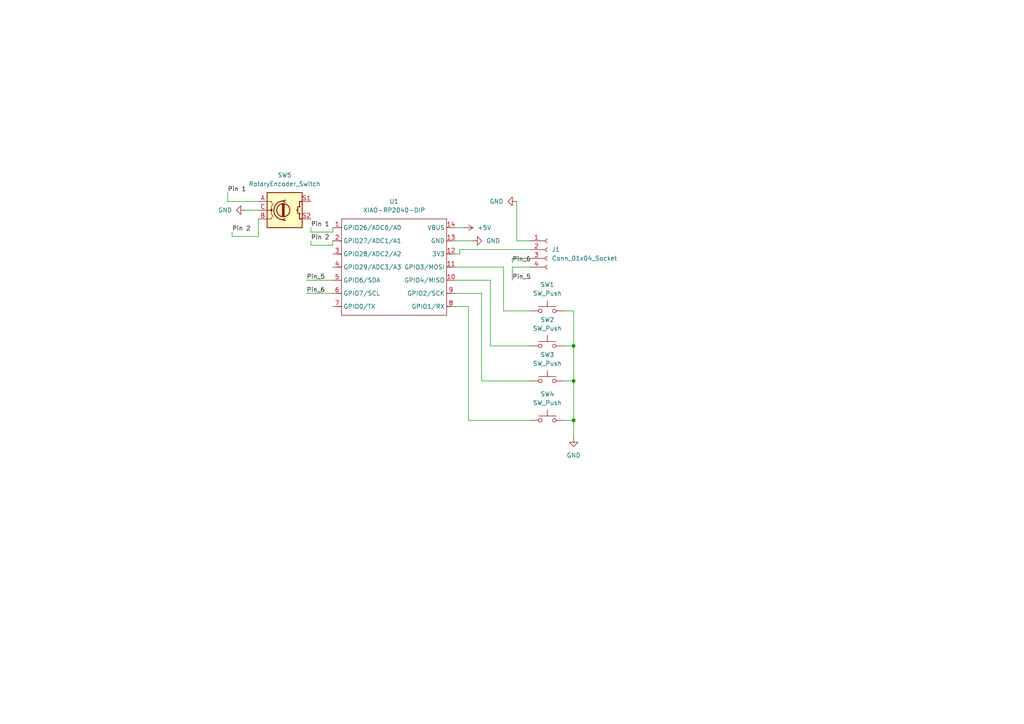
<source format=kicad_sch>
(kicad_sch
	(version 20250114)
	(generator "eeschema")
	(generator_version "9.0")
	(uuid "2b9b0c9f-a22a-4ed2-9516-cee5659b24c9")
	(paper "A4")
	(lib_symbols
		(symbol "Connector:Conn_01x04_Socket"
			(pin_names
				(offset 1.016)
				(hide yes)
			)
			(exclude_from_sim no)
			(in_bom yes)
			(on_board yes)
			(property "Reference" "J"
				(at 0 5.08 0)
				(effects
					(font
						(size 1.27 1.27)
					)
				)
			)
			(property "Value" "Conn_01x04_Socket"
				(at 0 -7.62 0)
				(effects
					(font
						(size 1.27 1.27)
					)
				)
			)
			(property "Footprint" ""
				(at 0 0 0)
				(effects
					(font
						(size 1.27 1.27)
					)
					(hide yes)
				)
			)
			(property "Datasheet" "~"
				(at 0 0 0)
				(effects
					(font
						(size 1.27 1.27)
					)
					(hide yes)
				)
			)
			(property "Description" "Generic connector, single row, 01x04, script generated"
				(at 0 0 0)
				(effects
					(font
						(size 1.27 1.27)
					)
					(hide yes)
				)
			)
			(property "ki_locked" ""
				(at 0 0 0)
				(effects
					(font
						(size 1.27 1.27)
					)
				)
			)
			(property "ki_keywords" "connector"
				(at 0 0 0)
				(effects
					(font
						(size 1.27 1.27)
					)
					(hide yes)
				)
			)
			(property "ki_fp_filters" "Connector*:*_1x??_*"
				(at 0 0 0)
				(effects
					(font
						(size 1.27 1.27)
					)
					(hide yes)
				)
			)
			(symbol "Conn_01x04_Socket_1_1"
				(polyline
					(pts
						(xy -1.27 2.54) (xy -0.508 2.54)
					)
					(stroke
						(width 0.1524)
						(type default)
					)
					(fill
						(type none)
					)
				)
				(polyline
					(pts
						(xy -1.27 0) (xy -0.508 0)
					)
					(stroke
						(width 0.1524)
						(type default)
					)
					(fill
						(type none)
					)
				)
				(polyline
					(pts
						(xy -1.27 -2.54) (xy -0.508 -2.54)
					)
					(stroke
						(width 0.1524)
						(type default)
					)
					(fill
						(type none)
					)
				)
				(polyline
					(pts
						(xy -1.27 -5.08) (xy -0.508 -5.08)
					)
					(stroke
						(width 0.1524)
						(type default)
					)
					(fill
						(type none)
					)
				)
				(arc
					(start 0 2.032)
					(mid -0.5058 2.54)
					(end 0 3.048)
					(stroke
						(width 0.1524)
						(type default)
					)
					(fill
						(type none)
					)
				)
				(arc
					(start 0 -0.508)
					(mid -0.5058 0)
					(end 0 0.508)
					(stroke
						(width 0.1524)
						(type default)
					)
					(fill
						(type none)
					)
				)
				(arc
					(start 0 -3.048)
					(mid -0.5058 -2.54)
					(end 0 -2.032)
					(stroke
						(width 0.1524)
						(type default)
					)
					(fill
						(type none)
					)
				)
				(arc
					(start 0 -5.588)
					(mid -0.5058 -5.08)
					(end 0 -4.572)
					(stroke
						(width 0.1524)
						(type default)
					)
					(fill
						(type none)
					)
				)
				(pin passive line
					(at -5.08 2.54 0)
					(length 3.81)
					(name "Pin_1"
						(effects
							(font
								(size 1.27 1.27)
							)
						)
					)
					(number "1"
						(effects
							(font
								(size 1.27 1.27)
							)
						)
					)
				)
				(pin passive line
					(at -5.08 0 0)
					(length 3.81)
					(name "Pin_2"
						(effects
							(font
								(size 1.27 1.27)
							)
						)
					)
					(number "2"
						(effects
							(font
								(size 1.27 1.27)
							)
						)
					)
				)
				(pin passive line
					(at -5.08 -2.54 0)
					(length 3.81)
					(name "Pin_3"
						(effects
							(font
								(size 1.27 1.27)
							)
						)
					)
					(number "3"
						(effects
							(font
								(size 1.27 1.27)
							)
						)
					)
				)
				(pin passive line
					(at -5.08 -5.08 0)
					(length 3.81)
					(name "Pin_4"
						(effects
							(font
								(size 1.27 1.27)
							)
						)
					)
					(number "4"
						(effects
							(font
								(size 1.27 1.27)
							)
						)
					)
				)
			)
			(embedded_fonts no)
		)
		(symbol "Device:RotaryEncoder_Switch"
			(pin_names
				(offset 0.254)
				(hide yes)
			)
			(exclude_from_sim no)
			(in_bom yes)
			(on_board yes)
			(property "Reference" "SW"
				(at 0 6.604 0)
				(effects
					(font
						(size 1.27 1.27)
					)
				)
			)
			(property "Value" "RotaryEncoder_Switch"
				(at 0 -6.604 0)
				(effects
					(font
						(size 1.27 1.27)
					)
				)
			)
			(property "Footprint" ""
				(at -3.81 4.064 0)
				(effects
					(font
						(size 1.27 1.27)
					)
					(hide yes)
				)
			)
			(property "Datasheet" "~"
				(at 0 6.604 0)
				(effects
					(font
						(size 1.27 1.27)
					)
					(hide yes)
				)
			)
			(property "Description" "Rotary encoder, dual channel, incremental quadrate outputs, with switch"
				(at 0 0 0)
				(effects
					(font
						(size 1.27 1.27)
					)
					(hide yes)
				)
			)
			(property "ki_keywords" "rotary switch encoder switch push button"
				(at 0 0 0)
				(effects
					(font
						(size 1.27 1.27)
					)
					(hide yes)
				)
			)
			(property "ki_fp_filters" "RotaryEncoder*Switch*"
				(at 0 0 0)
				(effects
					(font
						(size 1.27 1.27)
					)
					(hide yes)
				)
			)
			(symbol "RotaryEncoder_Switch_0_1"
				(rectangle
					(start -5.08 5.08)
					(end 5.08 -5.08)
					(stroke
						(width 0.254)
						(type default)
					)
					(fill
						(type background)
					)
				)
				(polyline
					(pts
						(xy -5.08 2.54) (xy -3.81 2.54) (xy -3.81 2.032)
					)
					(stroke
						(width 0)
						(type default)
					)
					(fill
						(type none)
					)
				)
				(polyline
					(pts
						(xy -5.08 0) (xy -3.81 0) (xy -3.81 -1.016) (xy -3.302 -2.032)
					)
					(stroke
						(width 0)
						(type default)
					)
					(fill
						(type none)
					)
				)
				(polyline
					(pts
						(xy -5.08 -2.54) (xy -3.81 -2.54) (xy -3.81 -2.032)
					)
					(stroke
						(width 0)
						(type default)
					)
					(fill
						(type none)
					)
				)
				(polyline
					(pts
						(xy -4.318 0) (xy -3.81 0) (xy -3.81 1.016) (xy -3.302 2.032)
					)
					(stroke
						(width 0)
						(type default)
					)
					(fill
						(type none)
					)
				)
				(circle
					(center -3.81 0)
					(radius 0.254)
					(stroke
						(width 0)
						(type default)
					)
					(fill
						(type outline)
					)
				)
				(polyline
					(pts
						(xy -0.635 -1.778) (xy -0.635 1.778)
					)
					(stroke
						(width 0.254)
						(type default)
					)
					(fill
						(type none)
					)
				)
				(circle
					(center -0.381 0)
					(radius 1.905)
					(stroke
						(width 0.254)
						(type default)
					)
					(fill
						(type none)
					)
				)
				(polyline
					(pts
						(xy -0.381 -1.778) (xy -0.381 1.778)
					)
					(stroke
						(width 0.254)
						(type default)
					)
					(fill
						(type none)
					)
				)
				(arc
					(start -0.381 -2.794)
					(mid -3.0988 -0.0635)
					(end -0.381 2.667)
					(stroke
						(width 0.254)
						(type default)
					)
					(fill
						(type none)
					)
				)
				(polyline
					(pts
						(xy -0.127 1.778) (xy -0.127 -1.778)
					)
					(stroke
						(width 0.254)
						(type default)
					)
					(fill
						(type none)
					)
				)
				(polyline
					(pts
						(xy 0.254 2.921) (xy -0.508 2.667) (xy 0.127 2.286)
					)
					(stroke
						(width 0.254)
						(type default)
					)
					(fill
						(type none)
					)
				)
				(polyline
					(pts
						(xy 0.254 -3.048) (xy -0.508 -2.794) (xy 0.127 -2.413)
					)
					(stroke
						(width 0.254)
						(type default)
					)
					(fill
						(type none)
					)
				)
				(polyline
					(pts
						(xy 3.81 1.016) (xy 3.81 -1.016)
					)
					(stroke
						(width 0.254)
						(type default)
					)
					(fill
						(type none)
					)
				)
				(polyline
					(pts
						(xy 3.81 0) (xy 3.429 0)
					)
					(stroke
						(width 0.254)
						(type default)
					)
					(fill
						(type none)
					)
				)
				(circle
					(center 4.318 1.016)
					(radius 0.127)
					(stroke
						(width 0.254)
						(type default)
					)
					(fill
						(type none)
					)
				)
				(circle
					(center 4.318 -1.016)
					(radius 0.127)
					(stroke
						(width 0.254)
						(type default)
					)
					(fill
						(type none)
					)
				)
				(polyline
					(pts
						(xy 5.08 2.54) (xy 4.318 2.54) (xy 4.318 1.016)
					)
					(stroke
						(width 0.254)
						(type default)
					)
					(fill
						(type none)
					)
				)
				(polyline
					(pts
						(xy 5.08 -2.54) (xy 4.318 -2.54) (xy 4.318 -1.016)
					)
					(stroke
						(width 0.254)
						(type default)
					)
					(fill
						(type none)
					)
				)
			)
			(symbol "RotaryEncoder_Switch_1_1"
				(pin passive line
					(at -7.62 2.54 0)
					(length 2.54)
					(name "A"
						(effects
							(font
								(size 1.27 1.27)
							)
						)
					)
					(number "A"
						(effects
							(font
								(size 1.27 1.27)
							)
						)
					)
				)
				(pin passive line
					(at -7.62 0 0)
					(length 2.54)
					(name "C"
						(effects
							(font
								(size 1.27 1.27)
							)
						)
					)
					(number "C"
						(effects
							(font
								(size 1.27 1.27)
							)
						)
					)
				)
				(pin passive line
					(at -7.62 -2.54 0)
					(length 2.54)
					(name "B"
						(effects
							(font
								(size 1.27 1.27)
							)
						)
					)
					(number "B"
						(effects
							(font
								(size 1.27 1.27)
							)
						)
					)
				)
				(pin passive line
					(at 7.62 2.54 180)
					(length 2.54)
					(name "S1"
						(effects
							(font
								(size 1.27 1.27)
							)
						)
					)
					(number "S1"
						(effects
							(font
								(size 1.27 1.27)
							)
						)
					)
				)
				(pin passive line
					(at 7.62 -2.54 180)
					(length 2.54)
					(name "S2"
						(effects
							(font
								(size 1.27 1.27)
							)
						)
					)
					(number "S2"
						(effects
							(font
								(size 1.27 1.27)
							)
						)
					)
				)
			)
			(embedded_fonts no)
		)
		(symbol "OPL Test:XIAO-RP2040-DIP"
			(exclude_from_sim no)
			(in_bom yes)
			(on_board yes)
			(property "Reference" "U"
				(at 0 0 0)
				(effects
					(font
						(size 1.27 1.27)
					)
				)
			)
			(property "Value" "XIAO-RP2040-DIP"
				(at 5.334 -1.778 0)
				(effects
					(font
						(size 1.27 1.27)
					)
				)
			)
			(property "Footprint" "Module:MOUDLE14P-XIAO-DIP-SMD"
				(at 14.478 -32.258 0)
				(effects
					(font
						(size 1.27 1.27)
					)
					(hide yes)
				)
			)
			(property "Datasheet" ""
				(at 0 0 0)
				(effects
					(font
						(size 1.27 1.27)
					)
					(hide yes)
				)
			)
			(property "Description" ""
				(at 0 0 0)
				(effects
					(font
						(size 1.27 1.27)
					)
					(hide yes)
				)
			)
			(symbol "XIAO-RP2040-DIP_1_0"
				(polyline
					(pts
						(xy -1.27 -2.54) (xy 29.21 -2.54)
					)
					(stroke
						(width 0.1524)
						(type solid)
					)
					(fill
						(type none)
					)
				)
				(polyline
					(pts
						(xy -1.27 -5.08) (xy -2.54 -5.08)
					)
					(stroke
						(width 0.1524)
						(type solid)
					)
					(fill
						(type none)
					)
				)
				(polyline
					(pts
						(xy -1.27 -5.08) (xy -1.27 -2.54)
					)
					(stroke
						(width 0.1524)
						(type solid)
					)
					(fill
						(type none)
					)
				)
				(polyline
					(pts
						(xy -1.27 -8.89) (xy -2.54 -8.89)
					)
					(stroke
						(width 0.1524)
						(type solid)
					)
					(fill
						(type none)
					)
				)
				(polyline
					(pts
						(xy -1.27 -8.89) (xy -1.27 -5.08)
					)
					(stroke
						(width 0.1524)
						(type solid)
					)
					(fill
						(type none)
					)
				)
				(polyline
					(pts
						(xy -1.27 -12.7) (xy -2.54 -12.7)
					)
					(stroke
						(width 0.1524)
						(type solid)
					)
					(fill
						(type none)
					)
				)
				(polyline
					(pts
						(xy -1.27 -12.7) (xy -1.27 -8.89)
					)
					(stroke
						(width 0.1524)
						(type solid)
					)
					(fill
						(type none)
					)
				)
				(polyline
					(pts
						(xy -1.27 -16.51) (xy -2.54 -16.51)
					)
					(stroke
						(width 0.1524)
						(type solid)
					)
					(fill
						(type none)
					)
				)
				(polyline
					(pts
						(xy -1.27 -16.51) (xy -1.27 -12.7)
					)
					(stroke
						(width 0.1524)
						(type solid)
					)
					(fill
						(type none)
					)
				)
				(polyline
					(pts
						(xy -1.27 -20.32) (xy -2.54 -20.32)
					)
					(stroke
						(width 0.1524)
						(type solid)
					)
					(fill
						(type none)
					)
				)
				(polyline
					(pts
						(xy -1.27 -24.13) (xy -2.54 -24.13)
					)
					(stroke
						(width 0.1524)
						(type solid)
					)
					(fill
						(type none)
					)
				)
				(polyline
					(pts
						(xy -1.27 -27.94) (xy -2.54 -27.94)
					)
					(stroke
						(width 0.1524)
						(type solid)
					)
					(fill
						(type none)
					)
				)
				(polyline
					(pts
						(xy -1.27 -30.48) (xy -1.27 -16.51)
					)
					(stroke
						(width 0.1524)
						(type solid)
					)
					(fill
						(type none)
					)
				)
				(polyline
					(pts
						(xy 29.21 -2.54) (xy 29.21 -5.08)
					)
					(stroke
						(width 0.1524)
						(type solid)
					)
					(fill
						(type none)
					)
				)
				(polyline
					(pts
						(xy 29.21 -5.08) (xy 29.21 -8.89)
					)
					(stroke
						(width 0.1524)
						(type solid)
					)
					(fill
						(type none)
					)
				)
				(polyline
					(pts
						(xy 29.21 -8.89) (xy 29.21 -12.7)
					)
					(stroke
						(width 0.1524)
						(type solid)
					)
					(fill
						(type none)
					)
				)
				(polyline
					(pts
						(xy 29.21 -12.7) (xy 29.21 -30.48)
					)
					(stroke
						(width 0.1524)
						(type solid)
					)
					(fill
						(type none)
					)
				)
				(polyline
					(pts
						(xy 29.21 -30.48) (xy -1.27 -30.48)
					)
					(stroke
						(width 0.1524)
						(type solid)
					)
					(fill
						(type none)
					)
				)
				(polyline
					(pts
						(xy 30.48 -5.08) (xy 29.21 -5.08)
					)
					(stroke
						(width 0.1524)
						(type solid)
					)
					(fill
						(type none)
					)
				)
				(polyline
					(pts
						(xy 30.48 -8.89) (xy 29.21 -8.89)
					)
					(stroke
						(width 0.1524)
						(type solid)
					)
					(fill
						(type none)
					)
				)
				(polyline
					(pts
						(xy 30.48 -12.7) (xy 29.21 -12.7)
					)
					(stroke
						(width 0.1524)
						(type solid)
					)
					(fill
						(type none)
					)
				)
				(polyline
					(pts
						(xy 30.48 -16.51) (xy 29.21 -16.51)
					)
					(stroke
						(width 0.1524)
						(type solid)
					)
					(fill
						(type none)
					)
				)
				(polyline
					(pts
						(xy 30.48 -20.32) (xy 29.21 -20.32)
					)
					(stroke
						(width 0.1524)
						(type solid)
					)
					(fill
						(type none)
					)
				)
				(polyline
					(pts
						(xy 30.48 -24.13) (xy 29.21 -24.13)
					)
					(stroke
						(width 0.1524)
						(type solid)
					)
					(fill
						(type none)
					)
				)
				(polyline
					(pts
						(xy 30.48 -27.94) (xy 29.21 -27.94)
					)
					(stroke
						(width 0.1524)
						(type solid)
					)
					(fill
						(type none)
					)
				)
				(pin passive line
					(at -3.81 -5.08 0)
					(length 2.54)
					(name "GPIO26/ADC0/A0"
						(effects
							(font
								(size 1.27 1.27)
							)
						)
					)
					(number "1"
						(effects
							(font
								(size 1.27 1.27)
							)
						)
					)
				)
				(pin passive line
					(at -3.81 -8.89 0)
					(length 2.54)
					(name "GPIO27/ADC1/A1"
						(effects
							(font
								(size 1.27 1.27)
							)
						)
					)
					(number "2"
						(effects
							(font
								(size 1.27 1.27)
							)
						)
					)
				)
				(pin passive line
					(at -3.81 -12.7 0)
					(length 2.54)
					(name "GPIO28/ADC2/A2"
						(effects
							(font
								(size 1.27 1.27)
							)
						)
					)
					(number "3"
						(effects
							(font
								(size 1.27 1.27)
							)
						)
					)
				)
				(pin passive line
					(at -3.81 -16.51 0)
					(length 2.54)
					(name "GPIO29/ADC3/A3"
						(effects
							(font
								(size 1.27 1.27)
							)
						)
					)
					(number "4"
						(effects
							(font
								(size 1.27 1.27)
							)
						)
					)
				)
				(pin passive line
					(at -3.81 -20.32 0)
					(length 2.54)
					(name "GPIO6/SDA"
						(effects
							(font
								(size 1.27 1.27)
							)
						)
					)
					(number "5"
						(effects
							(font
								(size 1.27 1.27)
							)
						)
					)
				)
				(pin passive line
					(at -3.81 -24.13 0)
					(length 2.54)
					(name "GPIO7/SCL"
						(effects
							(font
								(size 1.27 1.27)
							)
						)
					)
					(number "6"
						(effects
							(font
								(size 1.27 1.27)
							)
						)
					)
				)
				(pin passive line
					(at -3.81 -27.94 0)
					(length 2.54)
					(name "GPIO0/TX"
						(effects
							(font
								(size 1.27 1.27)
							)
						)
					)
					(number "7"
						(effects
							(font
								(size 1.27 1.27)
							)
						)
					)
				)
				(pin passive line
					(at 31.75 -5.08 180)
					(length 2.54)
					(name "VBUS"
						(effects
							(font
								(size 1.27 1.27)
							)
						)
					)
					(number "14"
						(effects
							(font
								(size 1.27 1.27)
							)
						)
					)
				)
				(pin passive line
					(at 31.75 -8.89 180)
					(length 2.54)
					(name "GND"
						(effects
							(font
								(size 1.27 1.27)
							)
						)
					)
					(number "13"
						(effects
							(font
								(size 1.27 1.27)
							)
						)
					)
				)
				(pin passive line
					(at 31.75 -12.7 180)
					(length 2.54)
					(name "3V3"
						(effects
							(font
								(size 1.27 1.27)
							)
						)
					)
					(number "12"
						(effects
							(font
								(size 1.27 1.27)
							)
						)
					)
				)
				(pin passive line
					(at 31.75 -16.51 180)
					(length 2.54)
					(name "GPIO3/MOSI"
						(effects
							(font
								(size 1.27 1.27)
							)
						)
					)
					(number "11"
						(effects
							(font
								(size 1.27 1.27)
							)
						)
					)
				)
				(pin passive line
					(at 31.75 -20.32 180)
					(length 2.54)
					(name "GPIO4/MISO"
						(effects
							(font
								(size 1.27 1.27)
							)
						)
					)
					(number "10"
						(effects
							(font
								(size 1.27 1.27)
							)
						)
					)
				)
				(pin passive line
					(at 31.75 -24.13 180)
					(length 2.54)
					(name "GPIO2/SCK"
						(effects
							(font
								(size 1.27 1.27)
							)
						)
					)
					(number "9"
						(effects
							(font
								(size 1.27 1.27)
							)
						)
					)
				)
				(pin passive line
					(at 31.75 -27.94 180)
					(length 2.54)
					(name "GPIO1/RX"
						(effects
							(font
								(size 1.27 1.27)
							)
						)
					)
					(number "8"
						(effects
							(font
								(size 1.27 1.27)
							)
						)
					)
				)
			)
			(embedded_fonts no)
		)
		(symbol "Switch:SW_Push"
			(pin_numbers
				(hide yes)
			)
			(pin_names
				(offset 1.016)
				(hide yes)
			)
			(exclude_from_sim no)
			(in_bom yes)
			(on_board yes)
			(property "Reference" "SW"
				(at 1.27 2.54 0)
				(effects
					(font
						(size 1.27 1.27)
					)
					(justify left)
				)
			)
			(property "Value" "SW_Push"
				(at 0 -1.524 0)
				(effects
					(font
						(size 1.27 1.27)
					)
				)
			)
			(property "Footprint" ""
				(at 0 5.08 0)
				(effects
					(font
						(size 1.27 1.27)
					)
					(hide yes)
				)
			)
			(property "Datasheet" "~"
				(at 0 5.08 0)
				(effects
					(font
						(size 1.27 1.27)
					)
					(hide yes)
				)
			)
			(property "Description" "Push button switch, generic, two pins"
				(at 0 0 0)
				(effects
					(font
						(size 1.27 1.27)
					)
					(hide yes)
				)
			)
			(property "ki_keywords" "switch normally-open pushbutton push-button"
				(at 0 0 0)
				(effects
					(font
						(size 1.27 1.27)
					)
					(hide yes)
				)
			)
			(symbol "SW_Push_0_1"
				(circle
					(center -2.032 0)
					(radius 0.508)
					(stroke
						(width 0)
						(type default)
					)
					(fill
						(type none)
					)
				)
				(polyline
					(pts
						(xy 0 1.27) (xy 0 3.048)
					)
					(stroke
						(width 0)
						(type default)
					)
					(fill
						(type none)
					)
				)
				(circle
					(center 2.032 0)
					(radius 0.508)
					(stroke
						(width 0)
						(type default)
					)
					(fill
						(type none)
					)
				)
				(polyline
					(pts
						(xy 2.54 1.27) (xy -2.54 1.27)
					)
					(stroke
						(width 0)
						(type default)
					)
					(fill
						(type none)
					)
				)
				(pin passive line
					(at -5.08 0 0)
					(length 2.54)
					(name "1"
						(effects
							(font
								(size 1.27 1.27)
							)
						)
					)
					(number "1"
						(effects
							(font
								(size 1.27 1.27)
							)
						)
					)
				)
				(pin passive line
					(at 5.08 0 180)
					(length 2.54)
					(name "2"
						(effects
							(font
								(size 1.27 1.27)
							)
						)
					)
					(number "2"
						(effects
							(font
								(size 1.27 1.27)
							)
						)
					)
				)
			)
			(embedded_fonts no)
		)
		(symbol "power:+5V"
			(power)
			(pin_numbers
				(hide yes)
			)
			(pin_names
				(offset 0)
				(hide yes)
			)
			(exclude_from_sim no)
			(in_bom yes)
			(on_board yes)
			(property "Reference" "#PWR"
				(at 0 -3.81 0)
				(effects
					(font
						(size 1.27 1.27)
					)
					(hide yes)
				)
			)
			(property "Value" "+5V"
				(at 0 3.556 0)
				(effects
					(font
						(size 1.27 1.27)
					)
				)
			)
			(property "Footprint" ""
				(at 0 0 0)
				(effects
					(font
						(size 1.27 1.27)
					)
					(hide yes)
				)
			)
			(property "Datasheet" ""
				(at 0 0 0)
				(effects
					(font
						(size 1.27 1.27)
					)
					(hide yes)
				)
			)
			(property "Description" "Power symbol creates a global label with name \"+5V\""
				(at 0 0 0)
				(effects
					(font
						(size 1.27 1.27)
					)
					(hide yes)
				)
			)
			(property "ki_keywords" "global power"
				(at 0 0 0)
				(effects
					(font
						(size 1.27 1.27)
					)
					(hide yes)
				)
			)
			(symbol "+5V_0_1"
				(polyline
					(pts
						(xy -0.762 1.27) (xy 0 2.54)
					)
					(stroke
						(width 0)
						(type default)
					)
					(fill
						(type none)
					)
				)
				(polyline
					(pts
						(xy 0 2.54) (xy 0.762 1.27)
					)
					(stroke
						(width 0)
						(type default)
					)
					(fill
						(type none)
					)
				)
				(polyline
					(pts
						(xy 0 0) (xy 0 2.54)
					)
					(stroke
						(width 0)
						(type default)
					)
					(fill
						(type none)
					)
				)
			)
			(symbol "+5V_1_1"
				(pin power_in line
					(at 0 0 90)
					(length 0)
					(name "~"
						(effects
							(font
								(size 1.27 1.27)
							)
						)
					)
					(number "1"
						(effects
							(font
								(size 1.27 1.27)
							)
						)
					)
				)
			)
			(embedded_fonts no)
		)
		(symbol "power:GND"
			(power)
			(pin_numbers
				(hide yes)
			)
			(pin_names
				(offset 0)
				(hide yes)
			)
			(exclude_from_sim no)
			(in_bom yes)
			(on_board yes)
			(property "Reference" "#PWR"
				(at 0 -6.35 0)
				(effects
					(font
						(size 1.27 1.27)
					)
					(hide yes)
				)
			)
			(property "Value" "GND"
				(at 0 -3.81 0)
				(effects
					(font
						(size 1.27 1.27)
					)
				)
			)
			(property "Footprint" ""
				(at 0 0 0)
				(effects
					(font
						(size 1.27 1.27)
					)
					(hide yes)
				)
			)
			(property "Datasheet" ""
				(at 0 0 0)
				(effects
					(font
						(size 1.27 1.27)
					)
					(hide yes)
				)
			)
			(property "Description" "Power symbol creates a global label with name \"GND\" , ground"
				(at 0 0 0)
				(effects
					(font
						(size 1.27 1.27)
					)
					(hide yes)
				)
			)
			(property "ki_keywords" "global power"
				(at 0 0 0)
				(effects
					(font
						(size 1.27 1.27)
					)
					(hide yes)
				)
			)
			(symbol "GND_0_1"
				(polyline
					(pts
						(xy 0 0) (xy 0 -1.27) (xy 1.27 -1.27) (xy 0 -2.54) (xy -1.27 -1.27) (xy 0 -1.27)
					)
					(stroke
						(width 0)
						(type default)
					)
					(fill
						(type none)
					)
				)
			)
			(symbol "GND_1_1"
				(pin power_in line
					(at 0 0 270)
					(length 0)
					(name "~"
						(effects
							(font
								(size 1.27 1.27)
							)
						)
					)
					(number "1"
						(effects
							(font
								(size 1.27 1.27)
							)
						)
					)
				)
			)
			(embedded_fonts no)
		)
	)
	(junction
		(at 166.37 110.49)
		(diameter 0)
		(color 0 0 0 0)
		(uuid "0d00e63c-9c74-46e0-b362-45f547ac91d0")
	)
	(junction
		(at 166.37 121.92)
		(diameter 0)
		(color 0 0 0 0)
		(uuid "dbc7dc03-38f4-4072-be63-d9148c75931b")
	)
	(junction
		(at 166.37 100.33)
		(diameter 0)
		(color 0 0 0 0)
		(uuid "fe00c7ad-28b2-4aa0-bc59-c967f21182bf")
	)
	(wire
		(pts
			(xy 96.52 71.12) (xy 90.17 71.12)
		)
		(stroke
			(width 0)
			(type default)
		)
		(uuid "018f0fab-0278-4366-a86d-de4025845e93")
	)
	(wire
		(pts
			(xy 146.05 77.47) (xy 146.05 90.17)
		)
		(stroke
			(width 0)
			(type default)
		)
		(uuid "0fab9ece-a57e-47d0-996a-f347d5551c16")
	)
	(wire
		(pts
			(xy 74.93 63.5) (xy 74.93 68.58)
		)
		(stroke
			(width 0)
			(type default)
		)
		(uuid "12a653c2-50b2-4ee2-ae0b-450caa60cb0e")
	)
	(wire
		(pts
			(xy 96.52 66.04) (xy 96.52 67.31)
		)
		(stroke
			(width 0)
			(type default)
		)
		(uuid "17110856-d6a0-40b4-859e-613da094db78")
	)
	(wire
		(pts
			(xy 166.37 121.92) (xy 166.37 110.49)
		)
		(stroke
			(width 0)
			(type default)
		)
		(uuid "1a983484-f473-4c6d-ad96-84a76a22a52e")
	)
	(wire
		(pts
			(xy 149.86 58.42) (xy 149.86 69.85)
		)
		(stroke
			(width 0)
			(type default)
		)
		(uuid "1e17c1e3-9dde-420c-a0ab-ee9816da1587")
	)
	(wire
		(pts
			(xy 163.83 100.33) (xy 166.37 100.33)
		)
		(stroke
			(width 0)
			(type default)
		)
		(uuid "3413d5ba-81a3-4632-a9b3-f0ae36581c5e")
	)
	(wire
		(pts
			(xy 96.52 69.85) (xy 96.52 71.12)
		)
		(stroke
			(width 0)
			(type default)
		)
		(uuid "3cb286c3-8389-4231-b658-f286481f457d")
	)
	(wire
		(pts
			(xy 166.37 127) (xy 166.37 121.92)
		)
		(stroke
			(width 0)
			(type default)
		)
		(uuid "428fa5b6-aa79-4894-8114-ce5f86d98bac")
	)
	(wire
		(pts
			(xy 132.08 66.04) (xy 134.62 66.04)
		)
		(stroke
			(width 0)
			(type default)
		)
		(uuid "4e7b344d-6954-45a3-81af-e81d4c35a7eb")
	)
	(wire
		(pts
			(xy 166.37 100.33) (xy 166.37 90.17)
		)
		(stroke
			(width 0)
			(type default)
		)
		(uuid "500163d0-0b37-4653-9650-4635c58fd33b")
	)
	(wire
		(pts
			(xy 146.05 90.17) (xy 153.67 90.17)
		)
		(stroke
			(width 0)
			(type default)
		)
		(uuid "575476fc-4dcb-4e92-98c3-ce1db3eeb1e1")
	)
	(wire
		(pts
			(xy 146.05 77.47) (xy 132.08 77.47)
		)
		(stroke
			(width 0)
			(type default)
		)
		(uuid "57ac8331-cb61-4fc2-ab42-2efa07744516")
	)
	(wire
		(pts
			(xy 74.93 68.58) (xy 67.31 68.58)
		)
		(stroke
			(width 0)
			(type default)
		)
		(uuid "59a33596-606c-4fcf-8a44-3dadf934b738")
	)
	(wire
		(pts
			(xy 139.7 110.49) (xy 153.67 110.49)
		)
		(stroke
			(width 0)
			(type default)
		)
		(uuid "617c80c3-ca3f-45fb-979d-b59cd1fd29b2")
	)
	(wire
		(pts
			(xy 166.37 90.17) (xy 163.83 90.17)
		)
		(stroke
			(width 0)
			(type default)
		)
		(uuid "63f94595-abdd-47dd-875c-9d7e4632bd04")
	)
	(wire
		(pts
			(xy 135.89 88.9) (xy 135.89 121.92)
		)
		(stroke
			(width 0)
			(type default)
		)
		(uuid "6729971e-eb5f-4e29-ab2e-94e90de5fb49")
	)
	(wire
		(pts
			(xy 163.83 110.49) (xy 166.37 110.49)
		)
		(stroke
			(width 0)
			(type default)
		)
		(uuid "6d29aff8-7ce4-48a2-8efa-cc30bb879d5b")
	)
	(wire
		(pts
			(xy 149.86 69.85) (xy 153.67 69.85)
		)
		(stroke
			(width 0)
			(type default)
		)
		(uuid "723767d3-966e-4757-ab65-f20490a635d5")
	)
	(wire
		(pts
			(xy 88.9 81.28) (xy 96.52 81.28)
		)
		(stroke
			(width 0)
			(type default)
		)
		(uuid "85f9d10c-d6f5-45ba-820f-afb85f2f2645")
	)
	(wire
		(pts
			(xy 132.08 69.85) (xy 137.16 69.85)
		)
		(stroke
			(width 0)
			(type default)
		)
		(uuid "86d571c6-c63e-49a6-bef7-5dcc3b713b30")
	)
	(wire
		(pts
			(xy 139.7 85.09) (xy 139.7 110.49)
		)
		(stroke
			(width 0)
			(type default)
		)
		(uuid "88b27b8b-019f-479a-8899-f0e182b90eeb")
	)
	(wire
		(pts
			(xy 148.59 74.93) (xy 153.67 74.93)
		)
		(stroke
			(width 0)
			(type default)
		)
		(uuid "89e7bed8-3c1e-4d67-b2db-cb032dcdf901")
	)
	(wire
		(pts
			(xy 132.08 88.9) (xy 135.89 88.9)
		)
		(stroke
			(width 0)
			(type default)
		)
		(uuid "89f0b02a-4be3-456d-8e13-2d1b942fbc44")
	)
	(wire
		(pts
			(xy 88.9 85.09) (xy 96.52 85.09)
		)
		(stroke
			(width 0)
			(type default)
		)
		(uuid "8bde9cd2-23b4-4d4a-bde5-1fa3378a21b1")
	)
	(wire
		(pts
			(xy 71.12 60.96) (xy 74.93 60.96)
		)
		(stroke
			(width 0)
			(type default)
		)
		(uuid "991821cc-aad5-45a7-8488-20e058112aea")
	)
	(wire
		(pts
			(xy 142.24 100.33) (xy 153.67 100.33)
		)
		(stroke
			(width 0)
			(type default)
		)
		(uuid "9ffcb6ba-f5b8-4012-bc80-5fecec146568")
	)
	(wire
		(pts
			(xy 142.24 81.28) (xy 142.24 100.33)
		)
		(stroke
			(width 0)
			(type default)
		)
		(uuid "b038d901-feec-4267-91ed-6d220e338456")
	)
	(wire
		(pts
			(xy 133.35 73.66) (xy 132.08 73.66)
		)
		(stroke
			(width 0)
			(type default)
		)
		(uuid "b0ae9b73-4dec-4e52-8f2a-c05376d51f57")
	)
	(wire
		(pts
			(xy 96.52 67.31) (xy 90.17 67.31)
		)
		(stroke
			(width 0)
			(type default)
		)
		(uuid "ba4f5a92-363c-4504-af1c-e77dabc59e31")
	)
	(wire
		(pts
			(xy 148.59 77.47) (xy 153.67 77.47)
		)
		(stroke
			(width 0)
			(type default)
		)
		(uuid "be78838f-53c5-45b1-a99b-ec206b202535")
	)
	(wire
		(pts
			(xy 148.59 76.2) (xy 148.59 74.93)
		)
		(stroke
			(width 0)
			(type default)
		)
		(uuid "c287107f-5b42-4f4a-b336-a136225637cc")
	)
	(wire
		(pts
			(xy 133.35 72.39) (xy 133.35 73.66)
		)
		(stroke
			(width 0)
			(type default)
		)
		(uuid "c34fdca2-9e63-4157-9659-636c9b1a9fc7")
	)
	(wire
		(pts
			(xy 148.59 81.28) (xy 148.59 77.47)
		)
		(stroke
			(width 0)
			(type default)
		)
		(uuid "c48444f8-7725-430f-8960-2c424dc326bd")
	)
	(wire
		(pts
			(xy 66.04 58.42) (xy 74.93 58.42)
		)
		(stroke
			(width 0)
			(type default)
		)
		(uuid "ce7505af-7ebc-4b97-ac10-5424752ec759")
	)
	(wire
		(pts
			(xy 153.67 72.39) (xy 133.35 72.39)
		)
		(stroke
			(width 0)
			(type default)
		)
		(uuid "cf052b83-9d93-499d-8778-89834e4b0bfd")
	)
	(wire
		(pts
			(xy 90.17 67.31) (xy 90.17 66.04)
		)
		(stroke
			(width 0)
			(type default)
		)
		(uuid "d8be6d0b-89d5-4af8-9dff-d0e70df87ba5")
	)
	(wire
		(pts
			(xy 163.83 121.92) (xy 166.37 121.92)
		)
		(stroke
			(width 0)
			(type default)
		)
		(uuid "e2918cf1-4dfa-4bba-aa7f-70ca88f1e436")
	)
	(wire
		(pts
			(xy 135.89 121.92) (xy 153.67 121.92)
		)
		(stroke
			(width 0)
			(type default)
		)
		(uuid "e5376f07-0f78-4641-b0f7-3fa105eea1fc")
	)
	(wire
		(pts
			(xy 142.24 81.28) (xy 132.08 81.28)
		)
		(stroke
			(width 0)
			(type default)
		)
		(uuid "e6da131c-e43c-4d39-9a40-65eb2eb54a22")
	)
	(wire
		(pts
			(xy 66.04 55.88) (xy 66.04 58.42)
		)
		(stroke
			(width 0)
			(type default)
		)
		(uuid "e87906dc-1cab-47aa-ae44-29b6988b6dc5")
	)
	(wire
		(pts
			(xy 67.31 68.58) (xy 67.31 67.31)
		)
		(stroke
			(width 0)
			(type default)
		)
		(uuid "ebbc5cc8-5c5d-41a4-9893-dea3481f7efc")
	)
	(wire
		(pts
			(xy 90.17 71.12) (xy 90.17 69.85)
		)
		(stroke
			(width 0)
			(type default)
		)
		(uuid "f6aa5e33-9543-4282-9608-a129b191f2ff")
	)
	(wire
		(pts
			(xy 166.37 110.49) (xy 166.37 100.33)
		)
		(stroke
			(width 0)
			(type default)
		)
		(uuid "f7c5182a-7f53-4868-9a6a-b25eca733499")
	)
	(wire
		(pts
			(xy 132.08 85.09) (xy 139.7 85.09)
		)
		(stroke
			(width 0)
			(type default)
		)
		(uuid "fdf77131-4c47-4640-a152-a983551c8ded")
	)
	(label "Pin_5"
		(at 148.59 81.28 0)
		(effects
			(font
				(size 1.27 1.27)
			)
			(justify left bottom)
		)
		(uuid "26f76101-bb3c-4022-ac10-b02a05650bce")
	)
	(label "Pin 2"
		(at 90.17 69.85 0)
		(effects
			(font
				(size 1.27 1.27)
			)
			(justify left bottom)
		)
		(uuid "6120ef09-6ada-404d-9ba7-4d569bee9e48")
	)
	(label "Pin 1"
		(at 66.04 55.88 0)
		(effects
			(font
				(size 1.27 1.27)
			)
			(justify left bottom)
		)
		(uuid "64484ef8-a4c8-435a-82a9-cb3a0403d613")
	)
	(label "Pin_6"
		(at 88.9 85.09 0)
		(effects
			(font
				(size 1.27 1.27)
			)
			(justify left bottom)
		)
		(uuid "665ded5c-df7e-4cbd-9f8b-29599f675a7f")
	)
	(label "Pin_6"
		(at 148.59 76.2 0)
		(effects
			(font
				(size 1.27 1.27)
			)
			(justify left bottom)
		)
		(uuid "7e2140fe-195c-46c3-8dd0-764007123a85")
	)
	(label "Pin 1"
		(at 90.17 66.04 0)
		(effects
			(font
				(size 1.27 1.27)
			)
			(justify left bottom)
		)
		(uuid "b5fe7f46-d818-469e-842a-26c2edd1bb09")
	)
	(label "Pin 2"
		(at 67.31 67.31 0)
		(effects
			(font
				(size 1.27 1.27)
			)
			(justify left bottom)
		)
		(uuid "d1c85c4c-ed8b-4ae8-9f61-3bc51d86f8e7")
	)
	(label "Pin_5"
		(at 88.9 81.28 0)
		(effects
			(font
				(size 1.27 1.27)
			)
			(justify left bottom)
		)
		(uuid "e83b3ce5-a462-4eaa-bc28-f473d428b215")
	)
	(symbol
		(lib_id "Connector:Conn_01x04_Socket")
		(at 158.75 72.39 0)
		(unit 1)
		(exclude_from_sim no)
		(in_bom yes)
		(on_board yes)
		(dnp no)
		(fields_autoplaced yes)
		(uuid "0e6630a5-97c3-46bf-a543-ecb3122cc3b9")
		(property "Reference" "J1"
			(at 160.02 72.3899 0)
			(effects
				(font
					(size 1.27 1.27)
				)
				(justify left)
			)
		)
		(property "Value" "Conn_01x04_Socket"
			(at 160.02 74.9299 0)
			(effects
				(font
					(size 1.27 1.27)
				)
				(justify left)
			)
		)
		(property "Footprint" "Module:OLED_0.91_128x32"
			(at 158.75 72.39 0)
			(effects
				(font
					(size 1.27 1.27)
				)
				(hide yes)
			)
		)
		(property "Datasheet" "~"
			(at 158.75 72.39 0)
			(effects
				(font
					(size 1.27 1.27)
				)
				(hide yes)
			)
		)
		(property "Description" "Generic connector, single row, 01x04, script generated"
			(at 158.75 72.39 0)
			(effects
				(font
					(size 1.27 1.27)
				)
				(hide yes)
			)
		)
		(pin "2"
			(uuid "aae3cbf8-8bf1-43a7-a425-cf35c114b90e")
		)
		(pin "3"
			(uuid "74986a0d-e9cd-4997-af1d-3a2d98aa95f8")
		)
		(pin "1"
			(uuid "01fc1dd3-ab23-4dcb-a13d-f091276f5934")
		)
		(pin "4"
			(uuid "481343bd-5b30-429d-b517-82382eb8d199")
		)
		(instances
			(project ""
				(path "/2b9b0c9f-a22a-4ed2-9516-cee5659b24c9"
					(reference "J1")
					(unit 1)
				)
			)
		)
	)
	(symbol
		(lib_id "power:GND")
		(at 137.16 69.85 90)
		(unit 1)
		(exclude_from_sim no)
		(in_bom yes)
		(on_board yes)
		(dnp no)
		(fields_autoplaced yes)
		(uuid "105c063d-81b0-4407-ae7e-1a86b5bf79a0")
		(property "Reference" "#PWR03"
			(at 143.51 69.85 0)
			(effects
				(font
					(size 1.27 1.27)
				)
				(hide yes)
			)
		)
		(property "Value" "GND"
			(at 140.97 69.8499 90)
			(effects
				(font
					(size 1.27 1.27)
				)
				(justify right)
			)
		)
		(property "Footprint" ""
			(at 137.16 69.85 0)
			(effects
				(font
					(size 1.27 1.27)
				)
				(hide yes)
			)
		)
		(property "Datasheet" ""
			(at 137.16 69.85 0)
			(effects
				(font
					(size 1.27 1.27)
				)
				(hide yes)
			)
		)
		(property "Description" "Power symbol creates a global label with name \"GND\" , ground"
			(at 137.16 69.85 0)
			(effects
				(font
					(size 1.27 1.27)
				)
				(hide yes)
			)
		)
		(pin "1"
			(uuid "83afb683-7974-4c95-bb09-e9f73778bec5")
		)
		(instances
			(project ""
				(path "/2b9b0c9f-a22a-4ed2-9516-cee5659b24c9"
					(reference "#PWR03")
					(unit 1)
				)
			)
		)
	)
	(symbol
		(lib_id "power:GND")
		(at 149.86 58.42 270)
		(unit 1)
		(exclude_from_sim no)
		(in_bom yes)
		(on_board yes)
		(dnp no)
		(fields_autoplaced yes)
		(uuid "1a0165e5-9db1-4114-a8c4-6da3da21c7cb")
		(property "Reference" "#PWR04"
			(at 143.51 58.42 0)
			(effects
				(font
					(size 1.27 1.27)
				)
				(hide yes)
			)
		)
		(property "Value" "GND"
			(at 146.05 58.4199 90)
			(effects
				(font
					(size 1.27 1.27)
				)
				(justify right)
			)
		)
		(property "Footprint" ""
			(at 149.86 58.42 0)
			(effects
				(font
					(size 1.27 1.27)
				)
				(hide yes)
			)
		)
		(property "Datasheet" ""
			(at 149.86 58.42 0)
			(effects
				(font
					(size 1.27 1.27)
				)
				(hide yes)
			)
		)
		(property "Description" "Power symbol creates a global label with name \"GND\" , ground"
			(at 149.86 58.42 0)
			(effects
				(font
					(size 1.27 1.27)
				)
				(hide yes)
			)
		)
		(pin "1"
			(uuid "5aedc976-26a4-485e-ad10-76add960d877")
		)
		(instances
			(project ""
				(path "/2b9b0c9f-a22a-4ed2-9516-cee5659b24c9"
					(reference "#PWR04")
					(unit 1)
				)
			)
		)
	)
	(symbol
		(lib_id "power:GND")
		(at 166.37 127 0)
		(unit 1)
		(exclude_from_sim no)
		(in_bom yes)
		(on_board yes)
		(dnp no)
		(fields_autoplaced yes)
		(uuid "393bad29-4202-4113-8423-2dea1728de3d")
		(property "Reference" "#PWR01"
			(at 166.37 133.35 0)
			(effects
				(font
					(size 1.27 1.27)
				)
				(hide yes)
			)
		)
		(property "Value" "GND"
			(at 166.37 132.08 0)
			(effects
				(font
					(size 1.27 1.27)
				)
			)
		)
		(property "Footprint" ""
			(at 166.37 127 0)
			(effects
				(font
					(size 1.27 1.27)
				)
				(hide yes)
			)
		)
		(property "Datasheet" ""
			(at 166.37 127 0)
			(effects
				(font
					(size 1.27 1.27)
				)
				(hide yes)
			)
		)
		(property "Description" "Power symbol creates a global label with name \"GND\" , ground"
			(at 166.37 127 0)
			(effects
				(font
					(size 1.27 1.27)
				)
				(hide yes)
			)
		)
		(pin "1"
			(uuid "54488620-67bc-4185-a4b5-bf631bd09961")
		)
		(instances
			(project "Macropad"
				(path "/2b9b0c9f-a22a-4ed2-9516-cee5659b24c9"
					(reference "#PWR01")
					(unit 1)
				)
			)
		)
	)
	(symbol
		(lib_id "Device:RotaryEncoder_Switch")
		(at 82.55 60.96 0)
		(unit 1)
		(exclude_from_sim no)
		(in_bom yes)
		(on_board yes)
		(dnp no)
		(fields_autoplaced yes)
		(uuid "47f4e885-8b55-42ce-b544-0f87999256af")
		(property "Reference" "SW5"
			(at 82.55 50.8 0)
			(effects
				(font
					(size 1.27 1.27)
				)
			)
		)
		(property "Value" "RotaryEncoder_Switch"
			(at 82.55 53.34 0)
			(effects
				(font
					(size 1.27 1.27)
				)
			)
		)
		(property "Footprint" "Rotary_Encoder:RotaryEncoder_Alps_EC11E-Switch_Vertical_H20mm_CircularMountingHoles"
			(at 78.74 56.896 0)
			(effects
				(font
					(size 1.27 1.27)
				)
				(hide yes)
			)
		)
		(property "Datasheet" "~"
			(at 82.55 54.356 0)
			(effects
				(font
					(size 1.27 1.27)
				)
				(hide yes)
			)
		)
		(property "Description" "Rotary encoder, dual channel, incremental quadrate outputs, with switch"
			(at 82.55 60.96 0)
			(effects
				(font
					(size 1.27 1.27)
				)
				(hide yes)
			)
		)
		(pin "S1"
			(uuid "7d3fd4ad-3507-4b17-bd9a-3023faa173cb")
		)
		(pin "A"
			(uuid "78cb6abc-efb2-43ef-bd5e-d54b58783f84")
		)
		(pin "S2"
			(uuid "3510ce18-0228-4052-9f06-5bdd9f5b277a")
		)
		(pin "C"
			(uuid "1f00e09e-9e6a-4a2d-9a00-0a3617b875a7")
		)
		(pin "B"
			(uuid "242cfbc5-aad5-4b9d-81db-b06133909bf1")
		)
		(instances
			(project ""
				(path "/2b9b0c9f-a22a-4ed2-9516-cee5659b24c9"
					(reference "SW5")
					(unit 1)
				)
			)
		)
	)
	(symbol
		(lib_id "OPL Test:XIAO-RP2040-DIP")
		(at 100.33 60.96 0)
		(unit 1)
		(exclude_from_sim no)
		(in_bom yes)
		(on_board yes)
		(dnp no)
		(fields_autoplaced yes)
		(uuid "63d1ad22-22af-4846-b172-e793fbf8ce13")
		(property "Reference" "U1"
			(at 114.3 58.42 0)
			(effects
				(font
					(size 1.27 1.27)
				)
			)
		)
		(property "Value" "XIAO-RP2040-DIP"
			(at 114.3 60.96 0)
			(effects
				(font
					(size 1.27 1.27)
				)
			)
		)
		(property "Footprint" "Module:XIAO-RP2040-DIP"
			(at 114.808 93.218 0)
			(effects
				(font
					(size 1.27 1.27)
				)
				(hide yes)
			)
		)
		(property "Datasheet" ""
			(at 100.33 60.96 0)
			(effects
				(font
					(size 1.27 1.27)
				)
				(hide yes)
			)
		)
		(property "Description" ""
			(at 100.33 60.96 0)
			(effects
				(font
					(size 1.27 1.27)
				)
				(hide yes)
			)
		)
		(pin "12"
			(uuid "57bc5d5f-7541-4805-9ee1-3ca808591515")
		)
		(pin "6"
			(uuid "eaf40e4b-1ec1-4b09-b949-ee0b58a7e679")
		)
		(pin "7"
			(uuid "85643c32-6fc4-4af5-8250-45ee56896c18")
		)
		(pin "5"
			(uuid "b0f0c914-ae41-49ed-8238-8bad60fce709")
		)
		(pin "14"
			(uuid "58ded43e-2b47-46a8-99c7-2b3c5e6ecee8")
		)
		(pin "13"
			(uuid "84333c45-22c3-45a0-938d-ba7d7b089088")
		)
		(pin "9"
			(uuid "ed35e710-2c22-4bec-b340-b0e0233f497a")
		)
		(pin "10"
			(uuid "52cdad86-73ba-4b95-97f9-9c728ca9c7f4")
		)
		(pin "11"
			(uuid "3885d208-8b84-4faf-b0c4-4520dd176f4b")
		)
		(pin "8"
			(uuid "95a7e412-8d30-4d3c-934f-8fd4732ae24c")
		)
		(pin "1"
			(uuid "6f0c6371-8a7a-415e-ab45-b4c8369c28c7")
		)
		(pin "2"
			(uuid "73e5c611-f07e-4213-8beb-f43fd1292c87")
		)
		(pin "3"
			(uuid "b0115d99-d185-46c2-a969-973375249b8d")
		)
		(pin "4"
			(uuid "39feb195-6547-4008-bdee-d8976b8da0f2")
		)
		(instances
			(project ""
				(path "/2b9b0c9f-a22a-4ed2-9516-cee5659b24c9"
					(reference "U1")
					(unit 1)
				)
			)
		)
	)
	(symbol
		(lib_id "Switch:SW_Push")
		(at 158.75 121.92 0)
		(unit 1)
		(exclude_from_sim no)
		(in_bom yes)
		(on_board yes)
		(dnp no)
		(fields_autoplaced yes)
		(uuid "939b2563-7d33-44b1-a699-bb33cba28a84")
		(property "Reference" "SW4"
			(at 158.75 114.3 0)
			(effects
				(font
					(size 1.27 1.27)
				)
			)
		)
		(property "Value" "SW_Push"
			(at 158.75 116.84 0)
			(effects
				(font
					(size 1.27 1.27)
				)
			)
		)
		(property "Footprint" "Button_Switch_Keyboard:SW_Cherry_MX_1.00u_PCB"
			(at 158.75 116.84 0)
			(effects
				(font
					(size 1.27 1.27)
				)
				(hide yes)
			)
		)
		(property "Datasheet" "~"
			(at 158.75 116.84 0)
			(effects
				(font
					(size 1.27 1.27)
				)
				(hide yes)
			)
		)
		(property "Description" "Push button switch, generic, two pins"
			(at 158.75 121.92 0)
			(effects
				(font
					(size 1.27 1.27)
				)
				(hide yes)
			)
		)
		(pin "1"
			(uuid "9b25d28a-84b3-4d47-9e72-bd66673a37d7")
		)
		(pin "2"
			(uuid "146ea159-d935-421c-93b7-7a67af0ba946")
		)
		(instances
			(project "Macropad"
				(path "/2b9b0c9f-a22a-4ed2-9516-cee5659b24c9"
					(reference "SW4")
					(unit 1)
				)
			)
		)
	)
	(symbol
		(lib_id "Switch:SW_Push")
		(at 158.75 100.33 0)
		(unit 1)
		(exclude_from_sim no)
		(in_bom yes)
		(on_board yes)
		(dnp no)
		(fields_autoplaced yes)
		(uuid "983ffd27-0b32-4d7d-802e-0344507f8d49")
		(property "Reference" "SW2"
			(at 158.75 92.71 0)
			(effects
				(font
					(size 1.27 1.27)
				)
			)
		)
		(property "Value" "SW_Push"
			(at 158.75 95.25 0)
			(effects
				(font
					(size 1.27 1.27)
				)
			)
		)
		(property "Footprint" "Button_Switch_Keyboard:SW_Cherry_MX_1.00u_PCB"
			(at 158.75 95.25 0)
			(effects
				(font
					(size 1.27 1.27)
				)
				(hide yes)
			)
		)
		(property "Datasheet" "~"
			(at 158.75 95.25 0)
			(effects
				(font
					(size 1.27 1.27)
				)
				(hide yes)
			)
		)
		(property "Description" "Push button switch, generic, two pins"
			(at 158.75 100.33 0)
			(effects
				(font
					(size 1.27 1.27)
				)
				(hide yes)
			)
		)
		(pin "1"
			(uuid "97812c02-e9bc-43ac-857b-d3b601997a8d")
		)
		(pin "2"
			(uuid "82a37c44-d8f1-4e38-a4aa-5b167442e82a")
		)
		(instances
			(project "Macropad"
				(path "/2b9b0c9f-a22a-4ed2-9516-cee5659b24c9"
					(reference "SW2")
					(unit 1)
				)
			)
		)
	)
	(symbol
		(lib_id "power:GND")
		(at 71.12 60.96 270)
		(unit 1)
		(exclude_from_sim no)
		(in_bom yes)
		(on_board yes)
		(dnp no)
		(fields_autoplaced yes)
		(uuid "b28cedaa-76ee-40b8-aa42-0c27eac92733")
		(property "Reference" "#PWR05"
			(at 64.77 60.96 0)
			(effects
				(font
					(size 1.27 1.27)
				)
				(hide yes)
			)
		)
		(property "Value" "GND"
			(at 67.31 60.9599 90)
			(effects
				(font
					(size 1.27 1.27)
				)
				(justify right)
			)
		)
		(property "Footprint" ""
			(at 71.12 60.96 0)
			(effects
				(font
					(size 1.27 1.27)
				)
				(hide yes)
			)
		)
		(property "Datasheet" ""
			(at 71.12 60.96 0)
			(effects
				(font
					(size 1.27 1.27)
				)
				(hide yes)
			)
		)
		(property "Description" "Power symbol creates a global label with name \"GND\" , ground"
			(at 71.12 60.96 0)
			(effects
				(font
					(size 1.27 1.27)
				)
				(hide yes)
			)
		)
		(pin "1"
			(uuid "7a909a37-3686-4bc4-b3d0-381a00ba4696")
		)
		(instances
			(project "Macropad"
				(path "/2b9b0c9f-a22a-4ed2-9516-cee5659b24c9"
					(reference "#PWR05")
					(unit 1)
				)
			)
		)
	)
	(symbol
		(lib_id "power:+5V")
		(at 134.62 66.04 270)
		(unit 1)
		(exclude_from_sim no)
		(in_bom yes)
		(on_board yes)
		(dnp no)
		(fields_autoplaced yes)
		(uuid "c422a478-d8dd-44c6-8944-b4fdda65dc0a")
		(property "Reference" "#PWR02"
			(at 130.81 66.04 0)
			(effects
				(font
					(size 1.27 1.27)
				)
				(hide yes)
			)
		)
		(property "Value" "+5V"
			(at 138.43 66.0399 90)
			(effects
				(font
					(size 1.27 1.27)
				)
				(justify left)
			)
		)
		(property "Footprint" ""
			(at 134.62 66.04 0)
			(effects
				(font
					(size 1.27 1.27)
				)
				(hide yes)
			)
		)
		(property "Datasheet" ""
			(at 134.62 66.04 0)
			(effects
				(font
					(size 1.27 1.27)
				)
				(hide yes)
			)
		)
		(property "Description" "Power symbol creates a global label with name \"+5V\""
			(at 134.62 66.04 0)
			(effects
				(font
					(size 1.27 1.27)
				)
				(hide yes)
			)
		)
		(pin "1"
			(uuid "7254566c-38b4-4dd2-86c2-5e7f2bf958e5")
		)
		(instances
			(project ""
				(path "/2b9b0c9f-a22a-4ed2-9516-cee5659b24c9"
					(reference "#PWR02")
					(unit 1)
				)
			)
		)
	)
	(symbol
		(lib_id "Switch:SW_Push")
		(at 158.75 90.17 0)
		(unit 1)
		(exclude_from_sim no)
		(in_bom yes)
		(on_board yes)
		(dnp no)
		(fields_autoplaced yes)
		(uuid "d5daa6f3-f93c-49cb-b8ca-cddeee5d6acf")
		(property "Reference" "SW1"
			(at 158.75 82.55 0)
			(effects
				(font
					(size 1.27 1.27)
				)
			)
		)
		(property "Value" "SW_Push"
			(at 158.75 85.09 0)
			(effects
				(font
					(size 1.27 1.27)
				)
			)
		)
		(property "Footprint" "Button_Switch_Keyboard:SW_Cherry_MX_1.00u_PCB"
			(at 158.75 85.09 0)
			(effects
				(font
					(size 1.27 1.27)
				)
				(hide yes)
			)
		)
		(property "Datasheet" "~"
			(at 158.75 85.09 0)
			(effects
				(font
					(size 1.27 1.27)
				)
				(hide yes)
			)
		)
		(property "Description" "Push button switch, generic, two pins"
			(at 158.75 90.17 0)
			(effects
				(font
					(size 1.27 1.27)
				)
				(hide yes)
			)
		)
		(pin "1"
			(uuid "e0fa8988-e392-410b-9731-516b1f9825cc")
		)
		(pin "2"
			(uuid "d4b109d9-4a18-4df1-80ef-68dafa5fc49a")
		)
		(instances
			(project ""
				(path "/2b9b0c9f-a22a-4ed2-9516-cee5659b24c9"
					(reference "SW1")
					(unit 1)
				)
			)
		)
	)
	(symbol
		(lib_id "Switch:SW_Push")
		(at 158.75 110.49 0)
		(unit 1)
		(exclude_from_sim no)
		(in_bom yes)
		(on_board yes)
		(dnp no)
		(fields_autoplaced yes)
		(uuid "db2a5e9f-f0e1-41e7-a705-2ebfdeaf6666")
		(property "Reference" "SW3"
			(at 158.75 102.87 0)
			(effects
				(font
					(size 1.27 1.27)
				)
			)
		)
		(property "Value" "SW_Push"
			(at 158.75 105.41 0)
			(effects
				(font
					(size 1.27 1.27)
				)
			)
		)
		(property "Footprint" "Button_Switch_Keyboard:SW_Cherry_MX_1.00u_PCB"
			(at 158.75 105.41 0)
			(effects
				(font
					(size 1.27 1.27)
				)
				(hide yes)
			)
		)
		(property "Datasheet" "~"
			(at 158.75 105.41 0)
			(effects
				(font
					(size 1.27 1.27)
				)
				(hide yes)
			)
		)
		(property "Description" "Push button switch, generic, two pins"
			(at 158.75 110.49 0)
			(effects
				(font
					(size 1.27 1.27)
				)
				(hide yes)
			)
		)
		(pin "1"
			(uuid "7ef84806-64ef-4194-9001-8b9cbb59c302")
		)
		(pin "2"
			(uuid "d4674d78-0715-4dbb-a7ad-241956ff44e7")
		)
		(instances
			(project "Macropad"
				(path "/2b9b0c9f-a22a-4ed2-9516-cee5659b24c9"
					(reference "SW3")
					(unit 1)
				)
			)
		)
	)
	(sheet_instances
		(path "/"
			(page "1")
		)
	)
	(embedded_fonts no)
)

</source>
